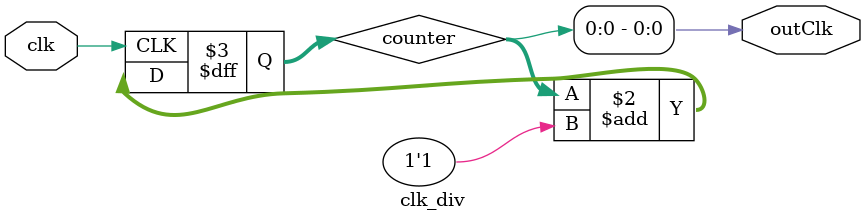
<source format=v>
`timescale 1 ps / 1 ps

module clk_div(clk, outClk);

input clk;
output outClk;

reg[1:0] counter;
always @(posedge clk) begin
    counter <= counter + 1'b1;
end
	
assign outClk = counter[0];

endmodule
</source>
